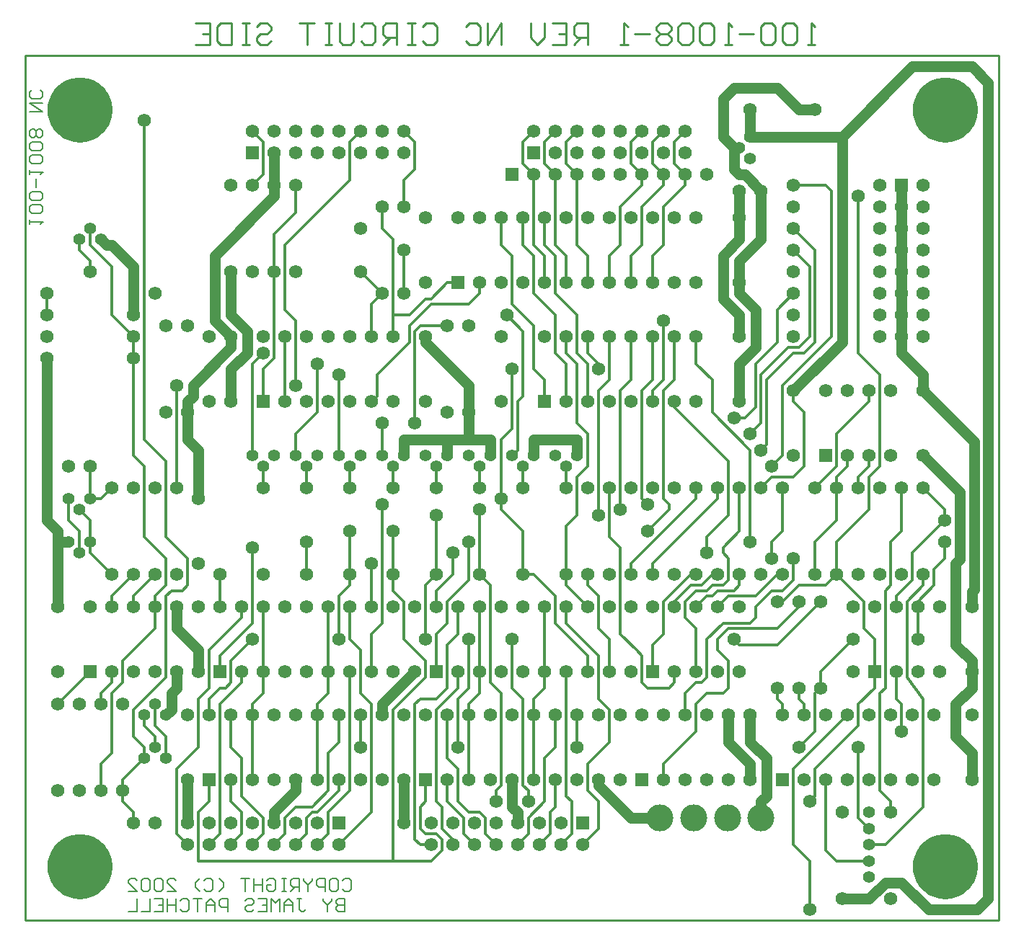
<source format=gbl>
*%FSLAX23Y23*%
*%MOIN*%
G01*
%ADD11C,0.006*%
%ADD12C,0.007*%
%ADD13C,0.008*%
%ADD14C,0.010*%
%ADD15C,0.012*%
%ADD16C,0.032*%
%ADD17C,0.036*%
%ADD18C,0.050*%
%ADD19C,0.052*%
%ADD20C,0.055*%
%ADD21C,0.056*%
%ADD22C,0.059*%
%ADD23C,0.062*%
%ADD24C,0.066*%
%ADD25C,0.070*%
%ADD26C,0.090*%
%ADD27C,0.125*%
%ADD28C,0.129*%
%ADD29C,0.140*%
%ADD30C,0.160*%
%ADD31C,0.250*%
%ADD32R,0.062X0.062*%
%ADD33R,0.066X0.066*%
D13*
X7669Y9047D02*
Y9067D01*
Y9057D01*
X7729D01*
X7730D01*
X7729D02*
X7719Y9047D01*
Y9097D02*
X7729Y9107D01*
Y9127D01*
X7719Y9137D01*
X7679D01*
X7669Y9127D01*
Y9107D01*
X7679Y9097D01*
X7719D01*
Y9157D02*
X7729Y9167D01*
Y9187D01*
X7719Y9197D01*
X7679D01*
X7669Y9187D01*
Y9167D01*
X7679Y9157D01*
X7719D01*
X7699Y9217D02*
Y9257D01*
X7669Y9277D02*
Y9297D01*
Y9287D01*
X7729D01*
X7730D01*
X7729D02*
X7719Y9277D01*
Y9327D02*
X7729Y9337D01*
Y9357D01*
X7719Y9367D01*
X7679D01*
X7669Y9357D01*
Y9337D01*
X7679Y9327D01*
X7719D01*
Y9387D02*
X7729Y9397D01*
Y9417D01*
X7719Y9427D01*
X7679D01*
X7669Y9417D01*
Y9397D01*
X7679Y9387D01*
X7719D01*
Y9447D02*
X7729Y9457D01*
Y9477D01*
X7719Y9487D01*
X7709D01*
X7699Y9477D01*
X7689Y9487D01*
X7679D01*
X7669Y9477D01*
Y9457D01*
X7679Y9447D01*
X7689D01*
X7699Y9457D01*
X7709Y9447D01*
X7719D01*
X7699Y9457D02*
Y9477D01*
X7669Y9567D02*
X7729D01*
X7669Y9607D01*
X7729D01*
Y9657D02*
X7719Y9667D01*
X7729Y9657D02*
Y9637D01*
X7719Y9627D01*
X7679D01*
X7669Y9637D01*
Y9657D01*
X7679Y9667D01*
X9124Y5927D02*
Y5867D01*
X9094D01*
X9084Y5877D01*
Y5887D01*
X9094Y5897D01*
X9124D01*
X9125D01*
X9124D02*
X9125D01*
X9124D02*
X9125D01*
X9124D02*
X9094D01*
X9084Y5907D01*
Y5917D01*
X9094Y5927D01*
X9124D01*
X9064D02*
Y5917D01*
X9044Y5897D01*
X9024Y5917D01*
Y5927D01*
X9044Y5897D02*
Y5867D01*
X8924Y5927D02*
X8904D01*
X8914D02*
X8924D01*
X8914D02*
Y5877D01*
X8924Y5867D01*
X8934D01*
X8944Y5877D01*
X8884Y5867D02*
Y5907D01*
X8864Y5927D01*
X8844Y5907D01*
Y5867D01*
Y5897D01*
X8884D01*
X8824Y5867D02*
Y5927D01*
X8804Y5907D01*
X8784Y5927D01*
Y5867D01*
X8764Y5927D02*
X8724D01*
X8764D02*
Y5867D01*
X8724D01*
X8744Y5897D02*
X8764D01*
X8674Y5927D02*
X8664Y5917D01*
X8674Y5927D02*
X8694D01*
X8704Y5917D01*
Y5907D01*
X8694Y5897D01*
X8674D01*
X8664Y5887D01*
Y5877D01*
X8674Y5867D01*
X8694D01*
X8704Y5877D01*
X8584Y5867D02*
Y5927D01*
X8554D01*
X8544Y5917D01*
Y5897D01*
X8554Y5887D01*
X8584D01*
X8524Y5867D02*
Y5907D01*
X8504Y5927D01*
X8484Y5907D01*
Y5867D01*
Y5897D01*
X8524D01*
X8464Y5927D02*
X8424D01*
X8444D01*
Y5867D01*
X8374Y5927D02*
X8364Y5917D01*
X8374Y5927D02*
X8394D01*
X8404Y5917D01*
Y5877D01*
X8394Y5867D01*
X8374D01*
X8364Y5877D01*
X8344Y5867D02*
Y5927D01*
Y5897D02*
Y5867D01*
Y5897D02*
X8304D01*
Y5927D01*
Y5867D01*
X8284Y5927D02*
X8244D01*
X8284D02*
Y5867D01*
X8244D01*
X8264Y5897D02*
X8284D01*
X8224Y5927D02*
Y5867D01*
X8184D01*
X8164D02*
Y5927D01*
Y5867D02*
X8124D01*
X9114Y6012D02*
X9124Y6022D01*
X9144D01*
X9154Y6012D01*
Y5972D01*
X9144Y5962D01*
X9124D01*
X9114Y5972D01*
X9084Y6022D02*
X9064D01*
X9084D02*
X9094Y6012D01*
Y5972D01*
X9084Y5962D01*
X9064D01*
X9054Y5972D01*
Y6012D01*
X9064Y6022D01*
X9034D02*
Y5962D01*
Y6022D02*
X9004D01*
X8994Y6012D01*
Y5992D01*
X9004Y5982D01*
X9034D01*
X8974Y6012D02*
Y6022D01*
Y6012D02*
X8954Y5992D01*
X8934Y6012D01*
Y6022D01*
X8954Y5992D02*
Y5962D01*
X8914D02*
Y6022D01*
X8884D01*
X8874Y6012D01*
Y5992D01*
X8884Y5982D01*
X8914D01*
X8894D02*
X8874Y5962D01*
X8854Y6022D02*
X8834D01*
X8844D01*
Y5962D01*
X8854D01*
X8834D01*
X8774Y6022D02*
X8764Y6012D01*
X8774Y6022D02*
X8794D01*
X8804Y6012D01*
Y5972D01*
X8794Y5962D01*
X8774D01*
X8764Y5972D01*
Y5992D01*
X8784D01*
X8744Y6022D02*
Y5962D01*
Y5992D01*
X8704D01*
Y6022D01*
Y5962D01*
X8684Y6022D02*
X8644D01*
X8664D01*
Y5962D01*
X8564Y5982D02*
X8544Y5962D01*
X8564Y5982D02*
Y6002D01*
X8544Y6022D01*
X8484D02*
X8474Y6012D01*
X8484Y6022D02*
X8504D01*
X8514Y6012D01*
Y5972D01*
X8504Y5962D01*
X8484D01*
X8474Y5972D01*
X8454Y5962D02*
X8434Y5982D01*
Y6002D01*
X8454Y6022D01*
X8344Y5962D02*
X8304D01*
X8344D02*
X8304Y6002D01*
Y6012D01*
X8314Y6022D01*
X8334D01*
X8344Y6012D01*
X8284D02*
X8274Y6022D01*
X8254D01*
X8244Y6012D01*
Y5972D01*
X8254Y5962D01*
X8274D01*
X8284Y5972D01*
Y6012D01*
X8224D02*
X8214Y6022D01*
X8194D01*
X8184Y6012D01*
Y5972D01*
X8194Y5962D01*
X8214D01*
X8224Y5972D01*
Y6012D01*
X8164Y5962D02*
X8124D01*
X8164D02*
X8124Y6002D01*
Y6012D01*
X8134Y6022D01*
X8154D01*
X8164Y6012D01*
D14*
X11266Y9877D02*
X11299D01*
X11282D02*
X11266D01*
X11282D02*
Y9977D01*
X11283D01*
X11282D02*
X11299Y9960D01*
X11216D02*
X11199Y9977D01*
X11166D01*
X11149Y9960D01*
Y9894D01*
X11166Y9877D01*
X11199D01*
X11216Y9894D01*
Y9960D01*
X11116D02*
X11099Y9977D01*
X11066D01*
X11049Y9960D01*
Y9894D01*
X11066Y9877D01*
X11099D01*
X11116Y9894D01*
Y9960D01*
X11016Y9927D02*
X10949D01*
X10916Y9877D02*
X10882D01*
X10899D01*
Y9977D01*
X10900D01*
X10899D02*
X10916Y9960D01*
X10832D02*
X10816Y9977D01*
X10782D01*
X10766Y9960D01*
Y9894D01*
X10782Y9877D01*
X10816D01*
X10832Y9894D01*
Y9960D01*
X10733D02*
X10716Y9977D01*
X10683D01*
X10666Y9960D01*
Y9894D01*
X10683Y9877D01*
X10716D01*
X10733Y9894D01*
Y9960D01*
X10633D02*
X10616Y9977D01*
X10583D01*
X10566Y9960D01*
Y9944D01*
X10583Y9927D01*
X10566Y9910D01*
Y9894D01*
X10583Y9877D01*
X10616D01*
X10633Y9894D01*
Y9910D01*
X10616Y9927D01*
X10633Y9944D01*
Y9960D01*
X10616Y9927D02*
X10583D01*
X10533D02*
X10466D01*
X10433Y9877D02*
X10399D01*
X10416D01*
Y9977D01*
X10417D01*
X10416D02*
X10433Y9960D01*
X10249Y9977D02*
Y9877D01*
Y9977D02*
X10199D01*
X10183Y9960D01*
Y9927D01*
X10199Y9910D01*
X10249D01*
X10216D02*
X10183Y9877D01*
X10149Y9977D02*
X10083D01*
X10149D02*
Y9877D01*
X10083D01*
X10116Y9927D02*
X10149D01*
X10049Y9910D02*
Y9977D01*
Y9910D02*
X10016Y9877D01*
X9983Y9910D01*
Y9977D01*
X9849D02*
Y9877D01*
X9783D02*
X9849Y9977D01*
X9783D02*
Y9877D01*
X9683Y9960D02*
X9700Y9977D01*
X9733D01*
X9750Y9960D01*
Y9894D01*
X9733Y9877D01*
X9700D01*
X9683Y9894D01*
X9500Y9977D02*
X9483Y9960D01*
X9500Y9977D02*
X9533D01*
X9550Y9960D01*
Y9894D01*
X9533Y9877D01*
X9500D01*
X9483Y9894D01*
X9450Y9977D02*
X9416D01*
X9433D01*
Y9877D01*
X9450D01*
X9416D01*
X9366D02*
Y9977D01*
X9316D01*
X9300Y9960D01*
Y9927D01*
X9316Y9910D01*
X9366D01*
X9333D02*
X9300Y9877D01*
X9200Y9960D02*
X9216Y9977D01*
X9250D01*
X9266Y9960D01*
Y9894D01*
X9250Y9877D01*
X9216D01*
X9200Y9894D01*
X9166D02*
Y9977D01*
Y9894D02*
X9150Y9877D01*
X9116D01*
X9100Y9894D01*
Y9977D01*
X9066D02*
X9033D01*
X9050D01*
Y9877D01*
X9066D01*
X9033D01*
X8983Y9977D02*
X8916D01*
X8950D01*
Y9877D01*
X8733Y9977D02*
X8717Y9960D01*
X8733Y9977D02*
X8766D01*
X8783Y9960D01*
Y9944D01*
X8766Y9927D01*
X8733D01*
X8717Y9910D01*
Y9894D01*
X8733Y9877D01*
X8766D01*
X8783Y9894D01*
X8683Y9977D02*
X8650D01*
X8667D01*
Y9877D01*
X8683D01*
X8650D01*
X8600D02*
Y9977D01*
Y9877D02*
X8550D01*
X8533Y9894D01*
Y9960D01*
X8550Y9977D01*
X8600D01*
X8500D02*
X8433D01*
X8500D02*
Y9877D01*
X8433D01*
X8467Y9927D02*
X8500D01*
X7649Y9827D02*
X12149D01*
Y5827D02*
X7649D01*
Y9827D01*
X12149D02*
Y5827D01*
D15*
X10249Y7052D02*
X10099Y7202D01*
X10899Y7952D02*
X10649Y8202D01*
X10824Y8177D02*
X10999Y8002D01*
X10149Y7202D02*
X10299Y7052D01*
X11399Y7427D02*
X11524Y7302D01*
X11074Y8327D02*
X11199Y8452D01*
X11174Y8477D02*
X11049Y8352D01*
X11149Y8302D02*
X11374Y8527D01*
X9249Y6327D02*
X9099Y6177D01*
X8499Y7077D02*
X8649Y7227D01*
X10449Y7477D02*
X10749Y7777D01*
X10849D02*
X10549Y7477D01*
X7949Y6977D02*
X7799Y6827D01*
X8849Y8952D02*
X9149Y9252D01*
X8299Y6952D02*
X8149Y6802D01*
X8099Y7027D02*
X8249Y7177D01*
X8549Y7052D02*
X8699Y7202D01*
X11749Y7527D02*
X11899Y7677D01*
X11399Y8077D02*
X11549Y8227D01*
X10724Y7427D02*
X10599Y7302D01*
X9499Y6952D02*
X9349Y6802D01*
X11299Y6527D02*
X11499Y6727D01*
X11799Y6352D02*
X11624Y6177D01*
X11199Y6527D02*
X11449Y6777D01*
X11324Y6977D02*
X11474Y7127D01*
X11324Y7302D02*
X11124Y7102D01*
X10749Y6702D02*
X10599Y6552D01*
X11399Y7577D02*
X11549Y7727D01*
X9424Y8502D02*
X9274Y8352D01*
X7749Y8627D02*
Y8727D01*
X8449Y6102D02*
X9524D01*
Y6177D02*
X9474D01*
X9524Y6102D02*
X9349D01*
X11549Y6177D02*
X11624D01*
X11549Y6102D02*
X11399D01*
X7949Y8952D02*
Y9027D01*
X7899Y8977D02*
Y8927D01*
X7949Y8877D02*
Y8827D01*
Y7927D02*
Y7777D01*
Y7677D02*
Y7577D01*
Y7527D01*
X7899D02*
Y7627D01*
X7849Y7677D02*
Y7777D01*
X7999Y6552D02*
Y6427D01*
Y6827D02*
Y6877D01*
X8049Y8852D02*
X7949Y8952D01*
X7899Y8927D02*
X7949Y8877D01*
X7899Y7727D02*
X7949Y7677D01*
Y7527D02*
X8049Y7427D01*
X7899Y7627D02*
X7849Y7677D01*
X7999Y7777D02*
X8049Y7827D01*
Y6927D02*
X7999Y6877D01*
X8049Y6602D02*
X7999Y6552D01*
X8899Y6352D02*
X8974D01*
Y6327D02*
X8999D01*
X9699D02*
X9749D01*
X9549Y6227D02*
X9499D01*
X8049Y8627D02*
Y8852D01*
X8149Y8527D02*
Y8427D01*
Y7977D01*
X8199Y7927D02*
Y7602D01*
X8149Y7327D02*
Y7277D01*
X8049D02*
Y7327D01*
Y6977D02*
Y6927D01*
X8199Y6777D02*
Y6727D01*
X8149Y6327D02*
Y6277D01*
X8099Y6377D02*
Y6427D01*
Y6477D01*
X8199Y8052D02*
Y9527D01*
X8149Y6802D02*
Y6677D01*
X8199Y6627D02*
Y6577D01*
X8049Y6602D02*
Y6877D01*
X8099Y6927D02*
Y7027D01*
X8149Y8527D02*
X8049Y8627D01*
X8149Y7977D02*
X8199Y7927D01*
Y7602D02*
X8299Y7502D01*
X8199Y6727D02*
X8249Y6677D01*
X8099Y6377D02*
X8149Y6327D01*
X8299Y7952D02*
X8199Y8052D01*
X8149Y6677D02*
X8199Y6627D01*
X8149Y7327D02*
X8249Y7427D01*
X8149D02*
X8049Y7327D01*
X8199Y6577D02*
X8099Y6477D01*
X8049Y6877D02*
X8099Y6927D01*
X8299Y7377D02*
Y7502D01*
X8249Y7327D02*
Y7277D01*
Y7177D01*
Y6677D02*
Y6627D01*
X8299Y6652D02*
Y6577D01*
Y6652D02*
Y6677D01*
X8249Y6727D02*
Y6827D01*
X8349Y7827D02*
Y8302D01*
X8299Y7952D02*
Y7602D01*
X8399Y7502D02*
Y7377D01*
X8299Y7327D02*
Y6952D01*
X8349Y6527D02*
Y6227D01*
X8299Y6677D02*
X8249Y6727D01*
X8399Y7502D02*
X8299Y7602D01*
X8349Y6227D02*
X8399Y6177D01*
X8249Y7327D02*
X8299Y7377D01*
X8374Y7352D02*
X8399Y7377D01*
X8324Y7352D02*
X8299Y7327D01*
X8449Y6627D02*
X8349Y6527D01*
X8599Y6627D02*
Y6777D01*
Y6477D02*
Y6377D01*
X8549Y6227D02*
Y6827D01*
X8499Y6902D02*
Y7077D01*
X8549Y7277D02*
Y7427D01*
Y7052D02*
Y6977D01*
X8449Y6852D02*
Y6627D01*
X8499Y6477D02*
Y6377D01*
X8449Y6327D02*
Y6102D01*
X8499Y6777D02*
Y6852D01*
X8599Y6927D02*
Y7027D01*
Y6627D02*
X8649Y6577D01*
X8599Y6377D02*
X8649Y6327D01*
Y6227D02*
X8599Y6177D01*
X8549Y6827D02*
X8649Y6927D01*
X8549Y6227D02*
X8499Y6177D01*
X8449Y6852D02*
X8499Y6902D01*
Y6377D02*
X8449Y6327D01*
X8499Y6852D02*
X8549Y6902D01*
X8574D02*
X8599Y6927D01*
Y7027D02*
X8699Y7127D01*
X9474Y6852D02*
X9549D01*
X8574Y6902D02*
X8549D01*
X10749Y6927D02*
X10774D01*
X10799Y6877D02*
X10874D01*
X10624Y6902D02*
X10524D01*
X8699Y7977D02*
Y8402D01*
X8749Y7277D02*
Y6977D01*
Y6877D01*
X8699Y6827D02*
Y6777D01*
Y6477D01*
X8649Y6402D02*
Y6577D01*
X8749Y6302D02*
Y6227D01*
X8649D02*
Y6327D01*
Y6927D02*
Y6977D01*
Y7227D02*
Y7277D01*
X8749Y9277D02*
Y9427D01*
X8799Y9002D02*
Y8827D01*
X8749Y7927D02*
Y7827D01*
Y8227D02*
Y8377D01*
X8799Y8427D02*
Y8827D01*
X8699Y7552D02*
Y7202D01*
X8649Y6402D02*
X8749Y6302D01*
Y9427D02*
X8699Y9477D01*
X8749Y8452D02*
X8699Y8402D01*
X8749Y6877D02*
X8699Y6827D01*
X8849Y6227D02*
X8799Y6177D01*
X8749Y6227D02*
X8699Y6177D01*
Y9227D02*
X8749Y9277D01*
X8899Y9102D02*
X8799Y9002D01*
Y8427D02*
X8749Y8377D01*
X10949Y7102D02*
X11124D01*
X8899Y7977D02*
Y8077D01*
X8949Y6302D02*
Y6227D01*
X8849D02*
Y6302D01*
X8899Y9102D02*
Y9227D01*
X8949Y7927D02*
Y7827D01*
X8849Y8227D02*
Y8527D01*
Y8652D02*
Y8952D01*
X8899Y8602D02*
Y8302D01*
X8949Y7577D02*
Y7427D01*
X8899Y8602D02*
X8849Y8652D01*
X8999Y8177D02*
X8899Y8077D01*
X9049Y6427D02*
X8974Y6352D01*
X8899D02*
X8849Y6302D01*
X8949D02*
X8974Y6327D01*
X8949Y6227D02*
X8899Y6177D01*
X11124Y7302D02*
X11149D01*
X8374Y7352D02*
X8324D01*
X10849D02*
X10924D01*
X10824Y7327D02*
X10799D01*
Y7352D02*
X10749D01*
X11099D02*
X11149D01*
X11024Y7327D02*
X10899D01*
Y7177D02*
X11124D01*
X10999Y7202D02*
X10874D01*
X9099Y7977D02*
Y8352D01*
X8999Y8402D02*
Y8177D01*
Y6777D02*
Y6477D01*
X9049Y6427D02*
Y6602D01*
X9099Y6477D02*
Y6427D01*
X9149D02*
Y6977D01*
X9049Y6327D02*
Y6227D01*
X9099Y6652D02*
Y6777D01*
X8999D02*
Y6827D01*
X9049Y6877D02*
Y6977D01*
Y7277D01*
X9149D02*
Y7127D01*
Y7827D02*
Y7927D01*
Y9252D02*
Y9427D01*
X9099Y7327D02*
Y7127D01*
X9149Y7377D02*
Y7427D01*
Y7627D01*
Y7127D02*
X9199Y7077D01*
X9099Y6652D02*
X9049Y6602D01*
X9099Y6427D02*
X8999Y6327D01*
X9049D02*
X9149Y6427D01*
X9049Y6227D02*
X8999Y6177D01*
Y6827D02*
X9049Y6877D01*
X9149Y9427D02*
X9199Y9477D01*
X9149Y7377D02*
X9099Y7327D01*
X11224Y7377D02*
X11349D01*
X9999Y7427D02*
X9949D01*
X10824Y7377D02*
X10874D01*
X10849Y7427D02*
X10824D01*
X10749D02*
X10724D01*
Y7377D02*
X10774D01*
X11124Y7427D02*
X11149D01*
X9299Y7977D02*
Y8127D01*
Y7752D02*
Y7202D01*
X9249Y7152D02*
Y6977D01*
Y6827D02*
Y6327D01*
X9199Y6877D02*
Y7077D01*
X9349Y7827D02*
Y7927D01*
X9249Y8527D02*
Y8677D01*
X9349Y8527D02*
Y8977D01*
X9299Y9027D02*
Y9127D01*
X9249Y7477D02*
Y7277D01*
X9349Y7352D02*
Y7427D01*
Y7627D01*
X9199Y6777D02*
Y6627D01*
X9349Y6802D02*
Y6102D01*
X9274Y8252D02*
Y8352D01*
X9349Y8527D02*
Y8627D01*
X9199Y6877D02*
X9249Y6827D01*
X9299Y8727D02*
X9199Y8827D01*
X9349Y8977D02*
X9299Y9027D01*
X9349Y7352D02*
X9399Y7302D01*
X9299Y7202D02*
X9249Y7152D01*
Y8677D02*
X9299Y8727D01*
X9274Y8252D02*
X9249Y8227D01*
X9449Y8127D02*
Y8552D01*
X9549Y6802D02*
Y6377D01*
Y7827D02*
Y7927D01*
X9399Y9127D02*
Y9252D01*
X9449Y9302D02*
Y9427D01*
X9549Y7352D02*
Y7277D01*
X9574Y6177D02*
Y6152D01*
Y6177D02*
Y6202D01*
X9449D02*
Y6827D01*
X9474Y6352D02*
Y6252D01*
X9499Y6377D02*
Y6477D01*
X9574Y6352D02*
Y6252D01*
Y6202D02*
Y6152D01*
X9549Y6977D02*
Y7152D01*
X9499Y7127D02*
Y7377D01*
X9549Y7427D02*
Y7702D01*
X9499Y7027D02*
Y6952D01*
X9399Y7127D02*
Y7302D01*
Y8727D02*
Y8927D01*
X9424Y8577D02*
Y8502D01*
X9549Y6377D02*
X9574Y6352D01*
X9449Y9427D02*
X9399Y9477D01*
X9549Y6227D02*
X9574Y6202D01*
X9474Y6177D02*
X9449Y6202D01*
X9474Y6252D02*
X9499Y6227D01*
X9574Y6252D02*
X9624Y6202D01*
X9499Y7027D02*
X9399Y7127D01*
X9449Y8552D02*
X9474Y8577D01*
X9649Y6902D02*
X9549Y6802D01*
X9474Y6852D02*
X9449Y6827D01*
X9549Y6852D02*
X9599Y6902D01*
X9399Y9252D02*
X9449Y9302D01*
X9624Y7427D02*
X9549Y7352D01*
X9574Y6152D02*
X9524Y6102D01*
X9474Y6352D02*
X9499Y6377D01*
X9549Y7152D02*
X9599Y7202D01*
X9499Y7377D02*
X9549Y7427D01*
X9424Y8577D02*
X9524Y8677D01*
Y8702D02*
X9599Y8777D01*
X9499Y8702D02*
X9424Y8627D01*
X11099Y7877D02*
X11199D01*
X7999Y7777D02*
X7949D01*
X9749Y7277D02*
Y6977D01*
Y6877D01*
X9699Y6827D02*
Y6777D01*
Y6477D01*
X9599Y6577D02*
Y6777D01*
X9649Y6527D02*
Y6377D01*
X9774Y6302D02*
Y6227D01*
X9599Y6377D02*
Y6477D01*
X9674Y6302D02*
Y6227D01*
X9649Y6902D02*
Y6977D01*
X9599Y6902D02*
Y7102D01*
X9649Y7152D02*
Y7277D01*
X9749Y7827D02*
Y7927D01*
X9624Y7527D02*
Y7427D01*
Y6202D02*
Y6177D01*
X9599Y7202D02*
Y7302D01*
X9699Y7402D02*
Y7577D01*
Y7127D02*
Y6902D01*
X9649Y6852D02*
Y6627D01*
X9749Y7427D02*
Y7727D01*
Y8727D02*
Y8777D01*
Y7427D02*
X9799Y7377D01*
X9599Y6577D02*
X9649Y6527D01*
Y6377D02*
X9699Y6327D01*
X9749D02*
X9774Y6302D01*
Y6227D02*
X9824Y6177D01*
X9674Y6302D02*
X9599Y6377D01*
X9674Y6227D02*
X9724Y6177D01*
X9699Y6827D02*
X9749Y6877D01*
X9599Y7102D02*
X9649Y7152D01*
X9599Y7302D02*
X9699Y7402D01*
Y6902D02*
X9649Y6852D01*
X9699Y8677D02*
X9749Y8727D01*
X10924Y8152D02*
X10974D01*
X9949Y8252D02*
Y8552D01*
X9924Y8227D02*
Y8002D01*
X9824Y6427D02*
Y6377D01*
X9849Y6452D02*
Y6877D01*
X9799Y6927D02*
Y7377D01*
X9974Y6302D02*
Y6227D01*
X9949Y9327D02*
Y9427D01*
Y7927D02*
Y7827D01*
X9849Y8952D02*
Y9077D01*
X9899Y8902D02*
Y8677D01*
X9949Y8952D02*
Y9077D01*
X9899Y8377D02*
Y8102D01*
X9849Y8052D02*
Y7727D01*
X9949Y7627D02*
Y7427D01*
X9899Y7127D02*
Y6902D01*
X9949Y6852D02*
Y6452D01*
X9974Y6427D02*
Y6377D01*
X9949Y8552D02*
X9874Y8627D01*
X9799Y6927D02*
X9849Y6877D01*
X9999Y9277D02*
X9949Y9327D01*
X9849Y8952D02*
X9899Y8902D01*
Y8677D02*
X9999Y8577D01*
Y8902D02*
X9949Y8952D01*
X9849Y7727D02*
X9949Y7627D01*
X9899Y6902D02*
X9949Y6852D01*
Y6452D02*
X9974Y6427D01*
X9924Y8227D02*
X9949Y8252D01*
X9924Y8002D02*
X9899Y7977D01*
X9849Y6452D02*
X9824Y6427D01*
X9974Y6302D02*
X10049Y6377D01*
X9974Y6227D02*
X9924Y6177D01*
X9949Y9427D02*
X9999Y9477D01*
X9899Y8102D02*
X9849Y8052D01*
X10099Y7327D02*
Y7202D01*
X9999Y6777D02*
Y6477D01*
Y6777D02*
Y6852D01*
X10049Y6902D02*
Y6977D01*
Y7277D01*
X10099Y6777D02*
Y6627D01*
X10049Y6577D02*
Y6377D01*
X10099Y6352D02*
Y6477D01*
X10074Y6327D02*
Y6227D01*
X10149Y6402D02*
Y6977D01*
X10049Y9352D02*
Y9427D01*
Y9352D02*
Y9327D01*
X10149D02*
Y9427D01*
Y8902D02*
Y8777D01*
X10099Y8952D02*
Y9277D01*
X10049Y8902D02*
Y8777D01*
X9999Y8952D02*
Y9277D01*
X10149Y7927D02*
Y7827D01*
X9999Y8377D02*
Y8577D01*
X10049Y8327D02*
Y8227D01*
X9999Y8727D02*
Y8902D01*
X10099Y8627D02*
Y8452D01*
X10149Y8402D02*
Y8227D01*
X10049Y8952D02*
Y9077D01*
X10099Y8902D02*
Y8727D01*
X10149Y7427D02*
Y7377D01*
Y7277D02*
Y7202D01*
Y8452D02*
Y8527D01*
Y7652D02*
Y7427D01*
X10099Y7327D02*
X9999Y7427D01*
X10149Y6402D02*
X10174Y6377D01*
X10099Y9277D02*
X10049Y9327D01*
X10149D02*
X10199Y9277D01*
X10099Y8952D02*
X10149Y8902D01*
X10049D02*
X9999Y8952D01*
Y8377D02*
X10049Y8327D01*
X10099Y8627D02*
X9999Y8727D01*
X10099Y8452D02*
X10149Y8402D01*
X10099Y8902D02*
X10049Y8952D01*
X10099Y8727D02*
X10199Y8627D01*
X10149Y7377D02*
X10249Y7277D01*
X10199Y8402D02*
X10149Y8452D01*
X10049Y6902D02*
X9999Y6852D01*
X10099Y6627D02*
X10049Y6577D01*
X10099Y6352D02*
X10074Y6327D01*
Y6227D02*
X10024Y6177D01*
X10124D02*
X10174Y6227D01*
X10049Y9427D02*
X10099Y9477D01*
X10149Y9427D02*
X10199Y9477D01*
Y7702D02*
X10149Y7652D01*
X11174Y8477D02*
X11224D01*
X11199Y8452D02*
X11249D01*
X10299Y8277D02*
Y7702D01*
X10249Y7052D02*
Y6977D01*
X10174Y6377D02*
Y6227D01*
X10299Y6252D02*
Y6377D01*
X10349Y8777D02*
Y8902D01*
X10249D02*
Y8777D01*
X10199Y8952D02*
Y9277D01*
Y8627D02*
Y8452D01*
X10249Y8402D02*
Y8227D01*
X10199Y6777D02*
Y6627D01*
X10299Y6852D02*
Y7052D01*
X10349Y6802D02*
Y6652D01*
X10249Y6552D02*
Y6427D01*
X10349Y8327D02*
Y8527D01*
X10199Y8402D02*
Y8127D01*
X10249Y8077D02*
Y7927D01*
X10199Y7877D02*
Y7702D01*
X10249Y8452D02*
Y8527D01*
X10299Y8402D02*
Y8377D01*
X10349Y7827D02*
Y7602D01*
X10249Y7427D02*
Y7377D01*
X10299Y7327D02*
Y7177D01*
X10349Y7127D02*
Y6977D01*
X10249Y6427D02*
X10299Y6377D01*
X10249Y8902D02*
X10199Y8952D01*
Y8452D02*
X10249Y8402D01*
X10299Y6852D02*
X10349Y6802D01*
X10249Y8077D02*
X10199Y8127D01*
X10299Y8402D02*
X10249Y8452D01*
X10349Y7602D02*
X10399Y7552D01*
X10249Y7377D02*
X10299Y7327D01*
Y7177D02*
X10349Y7127D01*
X10299Y6252D02*
X10224Y6177D01*
X10349Y8902D02*
X10399Y8952D01*
X10349Y6652D02*
X10249Y6552D01*
X10299Y8277D02*
X10349Y8327D01*
X10249Y7927D02*
X10199Y7877D01*
X9599Y8577D02*
X9474D01*
X9524Y8677D02*
X9699D01*
X9524Y8702D02*
X9499D01*
X9424Y8627D02*
X9349D01*
X10449Y9352D02*
Y9427D01*
Y9352D02*
Y9327D01*
X10549D02*
Y9427D01*
Y8902D02*
Y8777D01*
X10449D02*
Y8902D01*
X10499Y8952D02*
Y9127D01*
X10399D02*
Y8952D01*
X10499Y9227D02*
Y9277D01*
X10449Y7477D02*
Y7427D01*
X10549D02*
Y7477D01*
Y8327D02*
Y8527D01*
X10499Y8277D02*
Y7777D01*
X10449Y8327D02*
Y8527D01*
X10399Y8277D02*
Y7727D01*
X10549Y7102D02*
Y6977D01*
X10399Y7152D02*
Y7552D01*
X10499Y7052D02*
Y6927D01*
X10549Y8227D02*
Y8277D01*
X10499Y9277D02*
X10449Y9327D01*
X10549D02*
X10599Y9277D01*
X10499Y7777D02*
X10524Y7752D01*
X10399Y7152D02*
X10474Y7077D01*
X10499Y7052D01*
Y6927D02*
X10524Y6902D01*
X10449Y9427D02*
X10499Y9477D01*
X10549Y9427D02*
X10599Y9477D01*
Y8952D02*
X10549Y8902D01*
X10499Y8952D02*
X10449Y8902D01*
X10499Y9127D02*
X10599Y9227D01*
X10499D02*
X10399Y9127D01*
X10624Y7727D02*
X10524Y7627D01*
X10499Y8277D02*
X10549Y8327D01*
X10449D02*
X10399Y8277D01*
X10599Y7152D02*
X10549Y7102D01*
Y8277D02*
X10599Y8327D01*
X9649Y8777D02*
X9599D01*
X10649Y9327D02*
Y9427D01*
X10599Y9127D02*
Y8952D01*
X10699Y9227D02*
Y9277D01*
X10599D02*
Y9227D01*
X10749Y7827D02*
Y7777D01*
X10649Y8202D02*
Y8227D01*
X10749Y8402D02*
Y8527D01*
X10624Y7752D02*
Y7727D01*
X10599Y7777D02*
Y8277D01*
X10649Y8327D02*
Y8527D01*
X10599Y7302D02*
Y7152D01*
X10699Y7227D02*
Y7302D01*
X10749Y7177D02*
Y6977D01*
X10649Y7277D02*
Y7302D01*
X10699Y6877D02*
Y6777D01*
X10599Y6552D02*
Y6477D01*
X10749Y6702D02*
Y6827D01*
X10649Y6927D02*
Y6977D01*
X10599Y8327D02*
Y8602D01*
X10699Y9277D02*
X10649Y9327D01*
X10749Y8402D02*
X10824Y8327D01*
X10599Y7777D02*
X10624Y7752D01*
X10699Y7227D02*
X10749Y7177D01*
X10649Y9427D02*
X10699Y9477D01*
Y9227D02*
X10599Y9127D01*
X10649Y8327D02*
X10599Y8277D01*
X10799Y7327D02*
X10749Y7277D01*
X10699Y7302D02*
X10749Y7352D01*
X10724Y7377D02*
X10649Y7302D01*
X10749Y6927D02*
X10699Y6877D01*
X10749Y6827D02*
X10799Y6877D01*
X10649Y6927D02*
X10624Y6902D01*
X10849Y7777D02*
Y7827D01*
X10799Y7602D02*
Y7527D01*
X10899Y7702D02*
Y7952D01*
X10824Y8177D02*
Y8327D01*
X10949Y7427D02*
Y7377D01*
Y7627D02*
Y7827D01*
X10874Y7552D02*
Y7527D01*
X10899Y7502D02*
Y7402D01*
Y7027D02*
Y6902D01*
X10849Y7077D02*
Y7127D01*
X10799D02*
Y6952D01*
X10899Y7502D02*
X10874Y7527D01*
X10924Y7127D02*
X10949Y7102D01*
X10899Y7027D02*
X10849Y7077D01*
X10799Y7602D02*
X10899Y7702D01*
Y7327D02*
X10849Y7277D01*
X10924Y7352D02*
X10949Y7377D01*
X10849Y7352D02*
X10824Y7327D01*
X10874Y7552D02*
X10949Y7627D01*
X10899Y7402D02*
X10874Y7377D01*
X10824D02*
X10799Y7352D01*
X10774Y7377D02*
X10824Y7427D01*
X10799Y6952D02*
X10774Y6927D01*
X10874Y6877D02*
X10899Y6902D01*
X10849Y7127D02*
X10899Y7177D01*
X10874Y7202D02*
X10799Y7127D01*
X11199Y9227D02*
X11349D01*
X11149Y8302D02*
Y7977D01*
X11074Y8027D02*
Y8327D01*
X11049Y8352D02*
Y8127D01*
X11124Y8502D02*
Y8652D01*
X11024Y8402D02*
Y8202D01*
X11124Y6902D02*
Y6852D01*
X11149Y6827D02*
Y6777D01*
X10999Y7577D02*
Y8002D01*
X11099Y7577D02*
Y7502D01*
X11149Y7627D02*
Y7827D01*
X11024Y7277D02*
Y7227D01*
X11124Y6852D02*
X11149Y6827D01*
X11099Y7927D02*
X11149Y7977D01*
X11074Y8027D02*
X11049Y8002D01*
X11224Y7377D02*
X11149Y7302D01*
X11049Y7827D02*
X11099Y7877D01*
X10999Y8077D02*
X11049Y8127D01*
X11124Y8652D02*
X11199Y8727D01*
X11124Y8502D02*
X11024Y8402D01*
Y8202D02*
X10974Y8152D01*
X11149Y7627D02*
X11099Y7577D01*
X11024Y7227D02*
X10999Y7202D01*
X11024Y7277D02*
X11099Y7352D01*
X11149D02*
X11174Y7377D01*
X11124Y7427D02*
X11024Y7327D01*
X11124Y7177D02*
X11224Y7277D01*
X11274Y8527D02*
Y8852D01*
X11199Y8277D02*
Y8227D01*
X11249Y8177D02*
Y7927D01*
X11299Y8502D02*
Y8927D01*
X11224Y6902D02*
Y6852D01*
X11249Y6827D02*
Y6777D01*
X11299Y7427D02*
Y7577D01*
Y6527D02*
Y6402D01*
X11199Y6527D02*
Y6177D01*
X11274Y6102D02*
Y5877D01*
X11299Y6702D02*
Y6877D01*
X11324Y6902D02*
Y6977D01*
X11199Y7402D02*
Y7502D01*
X11224Y7302D02*
Y7277D01*
X11249Y8177D02*
X11199Y8227D01*
X11299Y8927D02*
X11199Y9027D01*
Y8927D02*
X11274Y8852D01*
X11224Y6852D02*
X11249Y6827D01*
X11199Y6177D02*
X11274Y6102D01*
X11224Y8477D02*
X11274Y8527D01*
X11249Y7927D02*
X11199Y7877D01*
X11249Y8452D02*
X11299Y8502D01*
X11399Y7677D02*
X11299Y7577D01*
Y7827D02*
X11399Y7927D01*
X11299Y6402D02*
X11274Y6377D01*
X11224Y6627D02*
X11299Y6702D01*
Y6877D02*
X11324Y6902D01*
X11174Y7377D02*
X11199Y7402D01*
X11374Y8527D02*
Y9202D01*
X11499Y7877D02*
Y7827D01*
X11449Y7927D02*
Y7977D01*
X11399Y7877D02*
Y7827D01*
Y7677D01*
Y7927D02*
Y8077D01*
X11499Y6827D02*
Y6727D01*
X11349Y6477D02*
Y6152D01*
X11499Y6302D02*
Y6627D01*
Y8452D02*
Y9177D01*
X11399Y7577D02*
Y7427D01*
X11524Y7302D02*
Y7177D01*
X11374Y9202D02*
X11349Y9227D01*
Y6152D02*
X11399Y6102D01*
X11549Y6252D02*
X11499Y6302D01*
X11599Y8352D02*
X11499Y8452D01*
X11524Y7177D02*
X11574Y7127D01*
X11499Y7877D02*
X11549Y7927D01*
X11449D02*
X11399Y7877D01*
X11574Y6902D02*
X11499Y6827D01*
X11349Y7377D02*
X11399Y7427D01*
X11549Y7927D02*
Y7977D01*
X11649Y6377D02*
Y6327D01*
X11599Y6427D02*
Y6877D01*
X11624Y6902D02*
Y7352D01*
X11649Y7377D02*
Y7577D01*
X11699Y7627D02*
Y7827D01*
X11674Y7327D02*
Y7277D01*
X11549Y8227D02*
Y8277D01*
X11574Y6977D02*
Y6902D01*
X11724Y6952D02*
Y7302D01*
X11674Y6977D02*
Y6852D01*
X11699Y6827D02*
Y6702D01*
X11599Y7952D02*
Y8352D01*
Y7952D02*
Y7927D01*
X11549Y7877D02*
Y7727D01*
X11574Y7127D02*
Y6977D01*
X11724Y6952D02*
X11799Y6852D01*
X11599Y6427D02*
X11649Y6377D01*
X11699Y6827D02*
X11674Y6852D01*
X11624Y6902D02*
X11599Y6877D01*
X11624Y7352D02*
X11649Y7377D01*
Y7577D02*
X11699Y7627D01*
X11749Y7402D02*
X11674Y7327D01*
X11724Y7302D02*
X11799Y7377D01*
X11549Y7877D02*
X11599Y7927D01*
X11899Y7727D02*
Y7677D01*
X11749Y7527D02*
Y7402D01*
X11799Y7377D02*
Y7427D01*
X11899Y7502D02*
Y7577D01*
X11849Y7452D02*
Y7377D01*
X11774Y7302D02*
Y7277D01*
X11799Y6852D02*
Y6352D01*
X11774Y7127D02*
Y7277D01*
X11899Y7727D02*
X11799Y7827D01*
X11899Y7502D02*
X11849Y7452D01*
Y7377D02*
X11774Y7302D01*
D18*
X11969Y7807D02*
X11799Y7977D01*
X12034Y8042D02*
X11799Y8277D01*
X10924Y9402D02*
X10874Y9452D01*
X11124Y9677D02*
X11224Y9577D01*
X8449Y8002D02*
X8399Y8052D01*
X9899Y6352D02*
X9924Y6327D01*
X8649Y8577D02*
X8599Y8627D01*
X8649Y8577D02*
X8674Y8552D01*
X8149Y8852D02*
X8049Y8952D01*
X8024D02*
X7999Y8977D01*
X10874Y8702D02*
X10949Y8627D01*
X11024Y8652D02*
X10949Y8727D01*
X11699Y8452D02*
X11799Y8352D01*
X11949Y6677D02*
X12024Y6602D01*
X7799Y7627D02*
X7749Y7677D01*
X10299Y6452D02*
X10449Y6302D01*
X10999Y6652D02*
X11074Y6577D01*
X8449Y7077D02*
X8349Y7177D01*
X10899Y6652D02*
X10999Y6552D01*
X11699Y6002D02*
X11824Y5877D01*
X12099Y9702D02*
X12024Y9777D01*
X11949Y7102D02*
X12024Y7027D01*
X11049Y9202D02*
X10974Y9277D01*
X10949D02*
X10924Y9302D01*
X9699Y8302D02*
X9499Y8502D01*
X8599Y8527D02*
X8524Y8602D01*
X11949Y7477D02*
X11969Y7497D01*
X12034Y7357D02*
X12024Y7347D01*
X10874Y9627D02*
X10924Y9677D01*
X11424Y9452D02*
X11749Y9777D01*
X11424Y8502D02*
X11199Y8277D01*
X8674Y8452D02*
X8599Y8377D01*
X10874Y8902D02*
X10949Y8977D01*
Y8877D02*
X11049Y8977D01*
X11024Y8477D02*
X10949Y8402D01*
X12024Y6902D02*
X11949Y6827D01*
X8324Y6802D02*
X8299Y6777D01*
X8324Y6877D02*
X8349Y6902D01*
X11049Y6377D02*
X11074Y6402D01*
X8899Y6427D02*
X8799Y6327D01*
X12049Y5877D02*
X12099Y5927D01*
X11624Y6002D02*
X11549Y5927D01*
X9449Y6977D02*
X9299Y6827D01*
X8424Y8302D02*
X8599Y8477D01*
X8424Y8252D02*
X8399Y8227D01*
X8524Y8902D02*
X8799Y9177D01*
X11824Y5877D02*
X12049D01*
X11549Y5927D02*
X11424D01*
X7799Y7277D02*
Y7577D01*
Y7627D01*
X7749Y7677D02*
Y8427D01*
X11624Y6002D02*
X11699D01*
X10581Y6302D02*
X10449D01*
X8149Y8627D02*
Y8852D01*
X8324Y6877D02*
Y6802D01*
X8349Y6902D02*
Y6977D01*
X8399Y6477D02*
Y6277D01*
X8349Y7177D02*
Y7277D01*
X8399Y8052D02*
Y8177D01*
Y8227D01*
X8449Y8002D02*
Y7777D01*
X8599Y8627D02*
Y8827D01*
Y8377D02*
Y8227D01*
X8449Y7077D02*
Y6977D01*
X8599Y8477D02*
Y8527D01*
X8424Y8302D02*
Y8252D01*
X8524Y8602D02*
Y8902D01*
X8674Y8552D02*
Y8452D01*
X8799Y9227D02*
Y9377D01*
Y6327D02*
Y6277D01*
Y9177D02*
Y9227D01*
X8899Y6477D02*
Y6427D01*
X9299Y6777D02*
Y6827D01*
X7849Y7577D02*
X7799D01*
X9399Y7977D02*
Y8052D01*
Y6477D02*
Y6277D01*
X9499Y8502D02*
Y8527D01*
X9599Y8052D02*
Y7977D01*
X9699Y8052D02*
Y8177D01*
Y8302D01*
X9599Y8052D02*
X9799D01*
X9599D02*
X9399D01*
X9999D02*
X10199D01*
X9699D02*
X9599D01*
X9799D02*
Y7977D01*
X9899Y6477D02*
Y6352D01*
X9924Y6327D02*
Y6277D01*
X9999Y7977D02*
Y8052D01*
X10199D02*
Y7977D01*
X10299Y6477D02*
Y6452D01*
X8049Y8952D02*
X8024D01*
X10874Y9452D02*
Y9627D01*
X10949Y9202D02*
Y9077D01*
Y8977D01*
Y8627D02*
Y8527D01*
X10874Y8702D02*
Y8902D01*
X10949Y8877D02*
Y8777D01*
Y8402D02*
Y8227D01*
Y8727D02*
Y8777D01*
X10899Y6777D02*
Y6652D01*
X10924Y9302D02*
Y9402D01*
X10949Y9277D02*
X10974D01*
X11049Y9202D02*
Y8977D01*
X11024Y8652D02*
Y8477D01*
X11049Y6377D02*
Y6302D01*
X11074Y6402D02*
Y6577D01*
X10999Y6652D02*
Y6752D01*
Y6777D01*
Y6552D02*
Y6477D01*
Y9452D02*
Y9577D01*
X10949Y9402D02*
X10924D01*
X11099Y9452D02*
X11424D01*
X10999D01*
X11099D01*
X11124Y9677D02*
X10924D01*
X11224Y9577D02*
X11299D01*
X11424Y9452D02*
Y8502D01*
X11749Y9777D02*
X12024D01*
X11699Y9227D02*
Y9127D01*
Y9027D01*
Y8927D01*
Y8827D01*
Y8727D01*
Y8627D01*
Y8527D01*
Y8452D01*
X11799Y8352D02*
Y8277D01*
X11969Y7807D02*
Y7497D01*
X12034Y7357D02*
Y8042D01*
X12024Y7347D02*
Y7277D01*
Y6602D02*
Y6477D01*
X11949Y6677D02*
Y6827D01*
X12024Y6902D02*
Y6977D01*
X12099Y7302D02*
Y5927D01*
Y7302D02*
Y9702D01*
X11949Y7477D02*
Y7102D01*
X12024Y7027D02*
Y6977D01*
X11774Y9577D02*
X11775D01*
X11774D02*
X11774Y9567D01*
X11776Y9557D01*
X11778Y9547D01*
X11780Y9537D01*
X11784Y9528D01*
X11788Y9519D01*
X11793Y9510D01*
X11799Y9502D01*
X11805Y9494D01*
X11812Y9487D01*
X11820Y9480D01*
X11828Y9474D01*
X11836Y9469D01*
X11845Y9464D01*
X11855Y9460D01*
X11864Y9457D01*
X11874Y9455D01*
X11884Y9453D01*
X11894Y9452D01*
X11904D01*
X11914Y9453D01*
X11924Y9455D01*
X11934Y9457D01*
X11943Y9460D01*
X11953Y9464D01*
X11962Y9469D01*
X11970Y9474D01*
X11978Y9480D01*
X11986Y9487D01*
X11993Y9494D01*
X11999Y9502D01*
X12005Y9510D01*
X12010Y9519D01*
X12014Y9528D01*
X12018Y9537D01*
X12020Y9547D01*
X12022Y9557D01*
X12024Y9567D01*
X12024Y9577D01*
X12025D01*
X12024D02*
X12024Y9587D01*
X12022Y9597D01*
X12020Y9607D01*
X12018Y9617D01*
X12014Y9626D01*
X12010Y9635D01*
X12005Y9644D01*
X11999Y9652D01*
X11993Y9660D01*
X11986Y9667D01*
X11978Y9674D01*
X11970Y9680D01*
X11962Y9685D01*
X11953Y9690D01*
X11943Y9694D01*
X11934Y9697D01*
X11924Y9699D01*
X11914Y9701D01*
X11904Y9702D01*
X11894D01*
X11884Y9701D01*
X11874Y9699D01*
X11864Y9697D01*
X11855Y9694D01*
X11845Y9690D01*
X11836Y9685D01*
X11828Y9680D01*
X11820Y9674D01*
X11812Y9667D01*
X11805Y9660D01*
X11799Y9652D01*
X11793Y9644D01*
X11788Y9635D01*
X11784Y9626D01*
X11780Y9617D01*
X11778Y9607D01*
X11776Y9597D01*
X11774Y9587D01*
X11774Y9577D01*
X11822D02*
X11823D01*
X11822D02*
X11823Y9568D01*
X11824Y9559D01*
X11827Y9551D01*
X11830Y9542D01*
X11835Y9535D01*
X11840Y9528D01*
X11846Y9521D01*
X11853Y9515D01*
X11860Y9510D01*
X11869Y9506D01*
X11877Y9503D01*
X11886Y9501D01*
X11895Y9500D01*
X11903D01*
X11912Y9501D01*
X11921Y9503D01*
X11929Y9506D01*
X11938Y9510D01*
X11945Y9515D01*
X11952Y9521D01*
X11958Y9528D01*
X11963Y9535D01*
X11968Y9542D01*
X11971Y9551D01*
X11974Y9559D01*
X11975Y9568D01*
X11976Y9577D01*
X11977D01*
X11976D02*
X11975Y9586D01*
X11974Y9595D01*
X11971Y9603D01*
X11968Y9612D01*
X11963Y9619D01*
X11958Y9626D01*
X11952Y9633D01*
X11945Y9639D01*
X11938Y9644D01*
X11929Y9648D01*
X11921Y9651D01*
X11912Y9653D01*
X11903Y9654D01*
X11895D01*
X11886Y9653D01*
X11877Y9651D01*
X11869Y9648D01*
X11860Y9644D01*
X11853Y9639D01*
X11846Y9633D01*
X11840Y9626D01*
X11835Y9619D01*
X11830Y9612D01*
X11827Y9603D01*
X11824Y9595D01*
X11823Y9586D01*
X11822Y9577D01*
X11870D02*
X11871D01*
X11870D02*
X11871Y9571D01*
X11873Y9565D01*
X11876Y9560D01*
X11880Y9555D01*
X11884Y9552D01*
X11890Y9549D01*
X11896Y9548D01*
X11902D01*
X11908Y9549D01*
X11914Y9552D01*
X11918Y9555D01*
X11922Y9560D01*
X11925Y9565D01*
X11927Y9571D01*
X11928Y9577D01*
X11929D01*
X11928D02*
X11927Y9583D01*
X11925Y9589D01*
X11922Y9594D01*
X11918Y9599D01*
X11914Y9602D01*
X11908Y9605D01*
X11902Y9606D01*
X11896D01*
X11890Y9605D01*
X11884Y9602D01*
X11880Y9599D01*
X11876Y9594D01*
X11873Y9589D01*
X11871Y9583D01*
X11870Y9577D01*
X11899D02*
D03*
X11774Y6077D02*
X11775D01*
X11774D02*
X11774Y6067D01*
X11776Y6057D01*
X11778Y6047D01*
X11780Y6037D01*
X11784Y6028D01*
X11788Y6019D01*
X11793Y6010D01*
X11799Y6002D01*
X11805Y5994D01*
X11812Y5987D01*
X11820Y5980D01*
X11828Y5974D01*
X11836Y5969D01*
X11845Y5964D01*
X11855Y5960D01*
X11864Y5957D01*
X11874Y5955D01*
X11884Y5953D01*
X11894Y5952D01*
X11904D01*
X11914Y5953D01*
X11924Y5955D01*
X11934Y5957D01*
X11943Y5960D01*
X11953Y5964D01*
X11962Y5969D01*
X11970Y5974D01*
X11978Y5980D01*
X11986Y5987D01*
X11993Y5994D01*
X11999Y6002D01*
X12005Y6010D01*
X12010Y6019D01*
X12014Y6028D01*
X12018Y6037D01*
X12020Y6047D01*
X12022Y6057D01*
X12024Y6067D01*
X12024Y6077D01*
X12025D01*
X12024D02*
X12024Y6087D01*
X12022Y6097D01*
X12020Y6107D01*
X12018Y6117D01*
X12014Y6126D01*
X12010Y6135D01*
X12005Y6144D01*
X11999Y6152D01*
X11993Y6160D01*
X11986Y6167D01*
X11978Y6174D01*
X11970Y6180D01*
X11962Y6185D01*
X11953Y6190D01*
X11943Y6194D01*
X11934Y6197D01*
X11924Y6199D01*
X11914Y6201D01*
X11904Y6202D01*
X11894D01*
X11884Y6201D01*
X11874Y6199D01*
X11864Y6197D01*
X11855Y6194D01*
X11845Y6190D01*
X11836Y6185D01*
X11828Y6180D01*
X11820Y6174D01*
X11812Y6167D01*
X11805Y6160D01*
X11799Y6152D01*
X11793Y6144D01*
X11788Y6135D01*
X11784Y6126D01*
X11780Y6117D01*
X11778Y6107D01*
X11776Y6097D01*
X11774Y6087D01*
X11774Y6077D01*
X11822D02*
X11823D01*
X11822D02*
X11823Y6068D01*
X11824Y6059D01*
X11827Y6051D01*
X11830Y6042D01*
X11835Y6035D01*
X11840Y6028D01*
X11846Y6021D01*
X11853Y6015D01*
X11860Y6010D01*
X11869Y6006D01*
X11877Y6003D01*
X11886Y6001D01*
X11895Y6000D01*
X11903D01*
X11912Y6001D01*
X11921Y6003D01*
X11929Y6006D01*
X11938Y6010D01*
X11945Y6015D01*
X11952Y6021D01*
X11958Y6028D01*
X11963Y6035D01*
X11968Y6042D01*
X11971Y6051D01*
X11974Y6059D01*
X11975Y6068D01*
X11976Y6077D01*
X11977D01*
X11976D02*
X11975Y6086D01*
X11974Y6095D01*
X11971Y6103D01*
X11968Y6112D01*
X11963Y6119D01*
X11958Y6126D01*
X11952Y6133D01*
X11945Y6139D01*
X11938Y6144D01*
X11929Y6148D01*
X11921Y6151D01*
X11912Y6153D01*
X11903Y6154D01*
X11895D01*
X11886Y6153D01*
X11877Y6151D01*
X11869Y6148D01*
X11860Y6144D01*
X11853Y6139D01*
X11846Y6133D01*
X11840Y6126D01*
X11835Y6119D01*
X11830Y6112D01*
X11827Y6103D01*
X11824Y6095D01*
X11823Y6086D01*
X11822Y6077D01*
X11870D02*
X11871D01*
X11870D02*
X11871Y6071D01*
X11873Y6065D01*
X11876Y6060D01*
X11880Y6055D01*
X11884Y6052D01*
X11890Y6049D01*
X11896Y6048D01*
X11902D01*
X11908Y6049D01*
X11914Y6052D01*
X11918Y6055D01*
X11922Y6060D01*
X11925Y6065D01*
X11927Y6071D01*
X11928Y6077D01*
X11929D01*
X11928D02*
X11927Y6083D01*
X11925Y6089D01*
X11922Y6094D01*
X11918Y6099D01*
X11914Y6102D01*
X11908Y6105D01*
X11902Y6106D01*
X11896D01*
X11890Y6105D01*
X11884Y6102D01*
X11880Y6099D01*
X11876Y6094D01*
X11873Y6089D01*
X11871Y6083D01*
X11870Y6077D01*
X11899D02*
D03*
X7774Y9577D02*
X7775D01*
X7774D02*
X7774Y9567D01*
X7776Y9557D01*
X7778Y9547D01*
X7780Y9537D01*
X7784Y9528D01*
X7788Y9519D01*
X7793Y9510D01*
X7799Y9502D01*
X7805Y9494D01*
X7812Y9487D01*
X7820Y9480D01*
X7828Y9474D01*
X7836Y9469D01*
X7845Y9464D01*
X7855Y9460D01*
X7864Y9457D01*
X7874Y9455D01*
X7884Y9453D01*
X7894Y9452D01*
X7904D01*
X7914Y9453D01*
X7924Y9455D01*
X7934Y9457D01*
X7943Y9460D01*
X7953Y9464D01*
X7962Y9469D01*
X7970Y9474D01*
X7978Y9480D01*
X7986Y9487D01*
X7993Y9494D01*
X7999Y9502D01*
X8005Y9510D01*
X8010Y9519D01*
X8014Y9528D01*
X8018Y9537D01*
X8020Y9547D01*
X8022Y9557D01*
X8024Y9567D01*
X8024Y9577D01*
X8025D01*
X8024D02*
X8024Y9587D01*
X8022Y9597D01*
X8020Y9607D01*
X8018Y9617D01*
X8014Y9626D01*
X8010Y9635D01*
X8005Y9644D01*
X7999Y9652D01*
X7993Y9660D01*
X7986Y9667D01*
X7978Y9674D01*
X7970Y9680D01*
X7962Y9685D01*
X7953Y9690D01*
X7943Y9694D01*
X7934Y9697D01*
X7924Y9699D01*
X7914Y9701D01*
X7904Y9702D01*
X7894D01*
X7884Y9701D01*
X7874Y9699D01*
X7864Y9697D01*
X7855Y9694D01*
X7845Y9690D01*
X7836Y9685D01*
X7828Y9680D01*
X7820Y9674D01*
X7812Y9667D01*
X7805Y9660D01*
X7799Y9652D01*
X7793Y9644D01*
X7788Y9635D01*
X7784Y9626D01*
X7780Y9617D01*
X7778Y9607D01*
X7776Y9597D01*
X7774Y9587D01*
X7774Y9577D01*
X7822D02*
X7823D01*
X7822D02*
X7823Y9568D01*
X7824Y9559D01*
X7827Y9551D01*
X7830Y9542D01*
X7835Y9535D01*
X7840Y9528D01*
X7846Y9521D01*
X7853Y9515D01*
X7860Y9510D01*
X7869Y9506D01*
X7877Y9503D01*
X7886Y9501D01*
X7895Y9500D01*
X7903D01*
X7912Y9501D01*
X7921Y9503D01*
X7929Y9506D01*
X7938Y9510D01*
X7945Y9515D01*
X7952Y9521D01*
X7958Y9528D01*
X7963Y9535D01*
X7968Y9542D01*
X7971Y9551D01*
X7974Y9559D01*
X7975Y9568D01*
X7976Y9577D01*
X7977D01*
X7976D02*
X7975Y9586D01*
X7974Y9595D01*
X7971Y9603D01*
X7968Y9612D01*
X7963Y9619D01*
X7958Y9626D01*
X7952Y9633D01*
X7945Y9639D01*
X7938Y9644D01*
X7929Y9648D01*
X7921Y9651D01*
X7912Y9653D01*
X7903Y9654D01*
X7895D01*
X7886Y9653D01*
X7877Y9651D01*
X7869Y9648D01*
X7860Y9644D01*
X7853Y9639D01*
X7846Y9633D01*
X7840Y9626D01*
X7835Y9619D01*
X7830Y9612D01*
X7827Y9603D01*
X7824Y9595D01*
X7823Y9586D01*
X7822Y9577D01*
X7870D02*
X7871D01*
X7870D02*
X7871Y9571D01*
X7873Y9565D01*
X7876Y9560D01*
X7880Y9555D01*
X7884Y9552D01*
X7890Y9549D01*
X7896Y9548D01*
X7902D01*
X7908Y9549D01*
X7914Y9552D01*
X7918Y9555D01*
X7922Y9560D01*
X7925Y9565D01*
X7927Y9571D01*
X7928Y9577D01*
X7929D01*
X7928D02*
X7927Y9583D01*
X7925Y9589D01*
X7922Y9594D01*
X7918Y9599D01*
X7914Y9602D01*
X7908Y9605D01*
X7902Y9606D01*
X7896D01*
X7890Y9605D01*
X7884Y9602D01*
X7880Y9599D01*
X7876Y9594D01*
X7873Y9589D01*
X7871Y9583D01*
X7870Y9577D01*
X7899D02*
D03*
X7774Y6077D02*
X7775D01*
X7774D02*
X7774Y6067D01*
X7776Y6057D01*
X7778Y6047D01*
X7780Y6037D01*
X7784Y6028D01*
X7788Y6019D01*
X7793Y6010D01*
X7799Y6002D01*
X7805Y5994D01*
X7812Y5987D01*
X7820Y5980D01*
X7828Y5974D01*
X7836Y5969D01*
X7845Y5964D01*
X7855Y5960D01*
X7864Y5957D01*
X7874Y5955D01*
X7884Y5953D01*
X7894Y5952D01*
X7904D01*
X7914Y5953D01*
X7924Y5955D01*
X7934Y5957D01*
X7943Y5960D01*
X7953Y5964D01*
X7962Y5969D01*
X7970Y5974D01*
X7978Y5980D01*
X7986Y5987D01*
X7993Y5994D01*
X7999Y6002D01*
X8005Y6010D01*
X8010Y6019D01*
X8014Y6028D01*
X8018Y6037D01*
X8020Y6047D01*
X8022Y6057D01*
X8024Y6067D01*
X8024Y6077D01*
X8025D01*
X8024D02*
X8024Y6087D01*
X8022Y6097D01*
X8020Y6107D01*
X8018Y6117D01*
X8014Y6126D01*
X8010Y6135D01*
X8005Y6144D01*
X7999Y6152D01*
X7993Y6160D01*
X7986Y6167D01*
X7978Y6174D01*
X7970Y6180D01*
X7962Y6185D01*
X7953Y6190D01*
X7943Y6194D01*
X7934Y6197D01*
X7924Y6199D01*
X7914Y6201D01*
X7904Y6202D01*
X7894D01*
X7884Y6201D01*
X7874Y6199D01*
X7864Y6197D01*
X7855Y6194D01*
X7845Y6190D01*
X7836Y6185D01*
X7828Y6180D01*
X7820Y6174D01*
X7812Y6167D01*
X7805Y6160D01*
X7799Y6152D01*
X7793Y6144D01*
X7788Y6135D01*
X7784Y6126D01*
X7780Y6117D01*
X7778Y6107D01*
X7776Y6097D01*
X7774Y6087D01*
X7774Y6077D01*
X7822D02*
X7823D01*
X7822D02*
X7823Y6068D01*
X7824Y6059D01*
X7827Y6051D01*
X7830Y6042D01*
X7835Y6035D01*
X7840Y6028D01*
X7846Y6021D01*
X7853Y6015D01*
X7860Y6010D01*
X7869Y6006D01*
X7877Y6003D01*
X7886Y6001D01*
X7895Y6000D01*
X7903D01*
X7912Y6001D01*
X7921Y6003D01*
X7929Y6006D01*
X7938Y6010D01*
X7945Y6015D01*
X7952Y6021D01*
X7958Y6028D01*
X7963Y6035D01*
X7968Y6042D01*
X7971Y6051D01*
X7974Y6059D01*
X7975Y6068D01*
X7976Y6077D01*
X7977D01*
X7976D02*
X7975Y6086D01*
X7974Y6095D01*
X7971Y6103D01*
X7968Y6112D01*
X7963Y6119D01*
X7958Y6126D01*
X7952Y6133D01*
X7945Y6139D01*
X7938Y6144D01*
X7929Y6148D01*
X7921Y6151D01*
X7912Y6153D01*
X7903Y6154D01*
X7895D01*
X7886Y6153D01*
X7877Y6151D01*
X7869Y6148D01*
X7860Y6144D01*
X7853Y6139D01*
X7846Y6133D01*
X7840Y6126D01*
X7835Y6119D01*
X7830Y6112D01*
X7827Y6103D01*
X7824Y6095D01*
X7823Y6086D01*
X7822Y6077D01*
X7870D02*
X7871D01*
X7870D02*
X7871Y6071D01*
X7873Y6065D01*
X7876Y6060D01*
X7880Y6055D01*
X7884Y6052D01*
X7890Y6049D01*
X7896Y6048D01*
X7902D01*
X7908Y6049D01*
X7914Y6052D01*
X7918Y6055D01*
X7922Y6060D01*
X7925Y6065D01*
X7927Y6071D01*
X7928Y6077D01*
X7929D01*
X7928D02*
X7927Y6083D01*
X7925Y6089D01*
X7922Y6094D01*
X7918Y6099D01*
X7914Y6102D01*
X7908Y6105D01*
X7902Y6106D01*
X7896D01*
X7890Y6105D01*
X7884Y6102D01*
X7880Y6099D01*
X7876Y6094D01*
X7873Y6089D01*
X7871Y6083D01*
X7870Y6077D01*
X7899D02*
D03*
D20*
X11549Y6252D02*
D03*
Y6027D02*
D03*
Y6102D02*
D03*
Y6177D02*
D03*
Y6327D02*
D03*
X10999Y9352D02*
D03*
X10949Y9402D02*
D03*
X10999Y9452D02*
D03*
X10099Y7977D02*
D03*
X10199D02*
D03*
X10149Y7927D02*
D03*
X9899Y7977D02*
D03*
X9999D02*
D03*
X9949Y7927D02*
D03*
X8299Y6777D02*
D03*
X8199D02*
D03*
X8249Y6827D02*
D03*
X8299Y6577D02*
D03*
X8199D02*
D03*
X8249Y6627D02*
D03*
X9699Y7977D02*
D03*
X9799D02*
D03*
X9749Y7927D02*
D03*
X9499Y7977D02*
D03*
X9599D02*
D03*
X9549Y7927D02*
D03*
X9299Y7977D02*
D03*
X9399D02*
D03*
X9349Y7927D02*
D03*
X9099Y7977D02*
D03*
X9199D02*
D03*
X9149Y7927D02*
D03*
X8899Y7977D02*
D03*
X8999D02*
D03*
X8949Y7927D02*
D03*
X8699Y7977D02*
D03*
X8799D02*
D03*
X8749Y7927D02*
D03*
X7899Y8977D02*
D03*
X7949Y9027D02*
D03*
X7999Y8977D02*
D03*
X7849Y7777D02*
D03*
X7949D02*
D03*
X7899Y7727D02*
D03*
X7849Y7577D02*
D03*
X7949D02*
D03*
X7899Y7527D02*
D03*
D23*
X11774Y7127D02*
D03*
X11699Y6702D02*
D03*
X11499Y9177D02*
D03*
Y6627D02*
D03*
X11474Y7127D02*
D03*
X11224Y6627D02*
D03*
X11199Y7502D02*
D03*
X11049Y8002D02*
D03*
X10999Y8077D02*
D03*
X11099Y7927D02*
D03*
X10999Y7577D02*
D03*
X11099Y7502D02*
D03*
X10924Y8152D02*
D03*
X10799Y7527D02*
D03*
X10924Y7127D02*
D03*
X10599Y8602D02*
D03*
X10524Y7627D02*
D03*
Y7752D02*
D03*
X10399Y7727D02*
D03*
X10299Y8377D02*
D03*
Y7702D02*
D03*
X10199Y6627D02*
D03*
X9874Y8627D02*
D03*
X9899Y8377D02*
D03*
X9849Y7777D02*
D03*
X9899Y7127D02*
D03*
X9824Y6377D02*
D03*
X9974D02*
D03*
X9624Y7527D02*
D03*
X9699Y7577D02*
D03*
Y7127D02*
D03*
X9649Y6627D02*
D03*
X9749Y7727D02*
D03*
X9449Y8127D02*
D03*
X9399Y8927D02*
D03*
X9499Y7127D02*
D03*
X9549Y7702D02*
D03*
X9399Y6277D02*
D03*
X9299Y8127D02*
D03*
Y7752D02*
D03*
X9249Y7477D02*
D03*
X9349Y7627D02*
D03*
X9199Y6627D02*
D03*
X9099Y8352D02*
D03*
X8999Y8402D02*
D03*
X9099Y7127D02*
D03*
X9149Y7627D02*
D03*
X8899Y8302D02*
D03*
X8949Y7577D02*
D03*
X8749Y8452D02*
D03*
X8699Y7552D02*
D03*
Y7127D02*
D03*
X8549Y7427D02*
D03*
X8349Y8302D02*
D03*
X8199Y9527D02*
D03*
X11799Y9227D02*
D03*
X11699Y9127D02*
D03*
X11799D02*
D03*
X11699Y9027D02*
D03*
X11799D02*
D03*
X11699Y8927D02*
D03*
X11799D02*
D03*
X11699Y8827D02*
D03*
X11799D02*
D03*
X11699Y8727D02*
D03*
X11799D02*
D03*
X11699Y8627D02*
D03*
X11799D02*
D03*
X11699Y8527D02*
D03*
X11799D02*
D03*
Y7977D02*
D03*
Y8277D02*
D03*
X11449Y7977D02*
D03*
X11549D02*
D03*
X11649D02*
D03*
Y8277D02*
D03*
X11549D02*
D03*
X11449D02*
D03*
X11349D02*
D03*
X12024Y6977D02*
D03*
Y7277D02*
D03*
X11674Y6977D02*
D03*
X11774D02*
D03*
X11874D02*
D03*
Y7277D02*
D03*
X11774D02*
D03*
X11674D02*
D03*
X11574D02*
D03*
X11474D02*
D03*
Y6977D02*
D03*
X11399Y7427D02*
D03*
Y7827D02*
D03*
X11499Y7427D02*
D03*
Y7827D02*
D03*
X11599Y7427D02*
D03*
Y7827D02*
D03*
X12024Y6477D02*
D03*
Y6777D02*
D03*
X11799Y7427D02*
D03*
Y7827D02*
D03*
X11699Y7427D02*
D03*
Y7827D02*
D03*
X11899Y7677D02*
D03*
Y7577D02*
D03*
X11424Y5927D02*
D03*
Y6327D02*
D03*
X11649D02*
D03*
Y5927D02*
D03*
X10999Y9577D02*
D03*
X11299D02*
D03*
X11199Y8527D02*
D03*
X11599D02*
D03*
X11199Y8627D02*
D03*
X11599D02*
D03*
X11199Y8727D02*
D03*
X11599D02*
D03*
X11199Y8827D02*
D03*
X11599D02*
D03*
X11199Y8927D02*
D03*
X11599D02*
D03*
X11199Y9027D02*
D03*
X11599D02*
D03*
X11199Y9127D02*
D03*
X11599D02*
D03*
X11199Y9227D02*
D03*
X11599D02*
D03*
X9999Y9477D02*
D03*
X10099Y9377D02*
D03*
Y9477D02*
D03*
X10199Y9377D02*
D03*
Y9477D02*
D03*
X10299Y9377D02*
D03*
Y9477D02*
D03*
X10399Y9377D02*
D03*
Y9477D02*
D03*
X10499Y9377D02*
D03*
Y9477D02*
D03*
X10599Y9377D02*
D03*
Y9477D02*
D03*
X10699Y9377D02*
D03*
Y9477D02*
D03*
X10799Y9277D02*
D03*
X10699D02*
D03*
X10599D02*
D03*
X10499D02*
D03*
X10399D02*
D03*
X10299D02*
D03*
X10199D02*
D03*
X10099D02*
D03*
X9999D02*
D03*
X10149Y8227D02*
D03*
X10249D02*
D03*
X10349D02*
D03*
X10449D02*
D03*
X10549D02*
D03*
X10649D02*
D03*
X10749D02*
D03*
Y8527D02*
D03*
X10649D02*
D03*
X10549D02*
D03*
X10449D02*
D03*
X10349D02*
D03*
X10249D02*
D03*
X10149D02*
D03*
X10049D02*
D03*
X10949Y9077D02*
D03*
Y8777D02*
D03*
Y8527D02*
D03*
Y8227D02*
D03*
X9849Y8527D02*
D03*
Y8227D02*
D03*
X11199Y8277D02*
D03*
Y7977D02*
D03*
X10949Y9202D02*
D03*
X11049D02*
D03*
X10349Y6977D02*
D03*
Y7277D02*
D03*
X10649Y6977D02*
D03*
X10749D02*
D03*
X10849D02*
D03*
Y7277D02*
D03*
X10749D02*
D03*
X10649D02*
D03*
X10549D02*
D03*
X10449D02*
D03*
Y6977D02*
D03*
X10949D02*
D03*
Y7277D02*
D03*
X10449Y7427D02*
D03*
Y7827D02*
D03*
X10349Y7427D02*
D03*
Y7827D02*
D03*
X10249Y7427D02*
D03*
Y7827D02*
D03*
X10149Y7427D02*
D03*
Y7827D02*
D03*
X9949Y7427D02*
D03*
Y7827D02*
D03*
X11149D02*
D03*
Y7427D02*
D03*
X11049D02*
D03*
Y7827D02*
D03*
X10949D02*
D03*
Y7427D02*
D03*
X10849D02*
D03*
Y7827D02*
D03*
X10749Y7427D02*
D03*
Y7827D02*
D03*
X10649D02*
D03*
Y7427D02*
D03*
X10549D02*
D03*
Y7827D02*
D03*
X11299Y7427D02*
D03*
Y7827D02*
D03*
X10299Y6477D02*
D03*
Y6777D02*
D03*
X10399D02*
D03*
Y6477D02*
D03*
X10599D02*
D03*
X10699D02*
D03*
X10799D02*
D03*
Y6777D02*
D03*
X10699D02*
D03*
X10599D02*
D03*
X10499D02*
D03*
X10899Y6477D02*
D03*
Y6777D02*
D03*
X10999D02*
D03*
Y6477D02*
D03*
X11249D02*
D03*
X11349D02*
D03*
X11449D02*
D03*
X11549D02*
D03*
X11649D02*
D03*
X11749D02*
D03*
X11849D02*
D03*
Y6777D02*
D03*
X11749D02*
D03*
X11649D02*
D03*
X11549D02*
D03*
X11449D02*
D03*
X11349D02*
D03*
X11249D02*
D03*
X11149D02*
D03*
X11124Y6902D02*
D03*
Y7302D02*
D03*
X11224D02*
D03*
Y6902D02*
D03*
X11324Y7302D02*
D03*
Y6902D02*
D03*
X11274Y5877D02*
D03*
Y6377D02*
D03*
X10224Y6177D02*
D03*
X10124Y6277D02*
D03*
Y6177D02*
D03*
X10024Y6277D02*
D03*
Y6177D02*
D03*
X9924Y6277D02*
D03*
Y6177D02*
D03*
X9824Y6277D02*
D03*
Y6177D02*
D03*
X9724Y6277D02*
D03*
Y6177D02*
D03*
X9624Y6277D02*
D03*
Y6177D02*
D03*
X9524Y6277D02*
D03*
Y6177D02*
D03*
X9199Y9027D02*
D03*
Y8827D02*
D03*
X8299Y8177D02*
D03*
Y8577D02*
D03*
X8399D02*
D03*
Y8177D02*
D03*
X8499Y8527D02*
D03*
Y8227D02*
D03*
X9699Y8577D02*
D03*
Y8177D02*
D03*
X9599D02*
D03*
Y8577D02*
D03*
X8599Y9227D02*
D03*
Y8827D02*
D03*
X8699Y9227D02*
D03*
Y8827D02*
D03*
X8799D02*
D03*
Y9227D02*
D03*
X8899Y8827D02*
D03*
Y9227D02*
D03*
X9299Y8727D02*
D03*
Y9127D02*
D03*
X9399D02*
D03*
Y8727D02*
D03*
X8699Y9477D02*
D03*
X8799Y9377D02*
D03*
Y9477D02*
D03*
X8899Y9377D02*
D03*
Y9477D02*
D03*
X8999Y9377D02*
D03*
Y9477D02*
D03*
X9099Y9377D02*
D03*
Y9477D02*
D03*
X9199Y9377D02*
D03*
Y9477D02*
D03*
X9299Y9377D02*
D03*
Y9477D02*
D03*
X9399Y9377D02*
D03*
Y9477D02*
D03*
X8599Y8527D02*
D03*
Y8227D02*
D03*
X8849D02*
D03*
X8949D02*
D03*
X9049D02*
D03*
X9149D02*
D03*
X9249D02*
D03*
X9349D02*
D03*
Y8527D02*
D03*
X9249D02*
D03*
X9149D02*
D03*
X9049D02*
D03*
X8949D02*
D03*
X8849D02*
D03*
X8749D02*
D03*
X9499D02*
D03*
Y8227D02*
D03*
X9649Y9077D02*
D03*
X9749D02*
D03*
X9849D02*
D03*
X9949D02*
D03*
X10049D02*
D03*
X10149D02*
D03*
X10249D02*
D03*
X10349D02*
D03*
X10449D02*
D03*
X10549D02*
D03*
X10649D02*
D03*
X10749D02*
D03*
X9749Y8777D02*
D03*
X9849D02*
D03*
X9949D02*
D03*
X10049D02*
D03*
X10149D02*
D03*
X10249D02*
D03*
X10349D02*
D03*
X10449D02*
D03*
X10549D02*
D03*
X10649D02*
D03*
X10749D02*
D03*
X9499Y9077D02*
D03*
Y8777D02*
D03*
X8449Y7777D02*
D03*
Y7477D02*
D03*
X8349Y7427D02*
D03*
Y7827D02*
D03*
X8249Y7427D02*
D03*
Y7827D02*
D03*
X9649Y6977D02*
D03*
X9749D02*
D03*
X9849D02*
D03*
X9949D02*
D03*
X10049D02*
D03*
X10149D02*
D03*
X10249D02*
D03*
Y7277D02*
D03*
X10149D02*
D03*
X10049D02*
D03*
X9949D02*
D03*
X9849D02*
D03*
X9749D02*
D03*
X9649D02*
D03*
X9549D02*
D03*
X9449D02*
D03*
Y6977D02*
D03*
X9349D02*
D03*
Y7277D02*
D03*
X8349Y6977D02*
D03*
Y7277D02*
D03*
X8449D02*
D03*
Y6977D02*
D03*
X8649D02*
D03*
X8749D02*
D03*
X8849D02*
D03*
X8949D02*
D03*
X9049D02*
D03*
X9149D02*
D03*
X9249D02*
D03*
Y7277D02*
D03*
X9149D02*
D03*
X9049D02*
D03*
X8949D02*
D03*
X8849D02*
D03*
X8749D02*
D03*
X8649D02*
D03*
X8549D02*
D03*
X9749Y7427D02*
D03*
Y7827D02*
D03*
X9549Y7427D02*
D03*
Y7827D02*
D03*
X9349Y7427D02*
D03*
Y7827D02*
D03*
X9149Y7427D02*
D03*
Y7827D02*
D03*
X8949Y7427D02*
D03*
Y7827D02*
D03*
X8749Y7427D02*
D03*
Y7827D02*
D03*
X8399Y6777D02*
D03*
Y6477D02*
D03*
X8599D02*
D03*
X8699D02*
D03*
X8799D02*
D03*
X8899D02*
D03*
X8999D02*
D03*
X9099D02*
D03*
X9199D02*
D03*
Y6777D02*
D03*
X9099D02*
D03*
X8999D02*
D03*
X8899D02*
D03*
X8799D02*
D03*
X8699D02*
D03*
X8599D02*
D03*
X8499D02*
D03*
X9299Y6477D02*
D03*
Y6777D02*
D03*
X9399D02*
D03*
Y6477D02*
D03*
X9599D02*
D03*
X9699D02*
D03*
X9799D02*
D03*
X9899D02*
D03*
X9999D02*
D03*
X10099D02*
D03*
X10199D02*
D03*
Y6777D02*
D03*
X10099D02*
D03*
X9999D02*
D03*
X9899D02*
D03*
X9799D02*
D03*
X9699D02*
D03*
X9599D02*
D03*
X9499D02*
D03*
X9099Y6177D02*
D03*
X8999Y6277D02*
D03*
Y6177D02*
D03*
X8899Y6277D02*
D03*
Y6177D02*
D03*
X8799Y6277D02*
D03*
Y6177D02*
D03*
X8699Y6277D02*
D03*
Y6177D02*
D03*
X8599Y6277D02*
D03*
Y6177D02*
D03*
X8499Y6277D02*
D03*
Y6177D02*
D03*
X8399Y6277D02*
D03*
Y6177D02*
D03*
X8249Y6277D02*
D03*
X8149D02*
D03*
X7749Y8427D02*
D03*
X8149D02*
D03*
X7749Y8527D02*
D03*
X8149D02*
D03*
Y8627D02*
D03*
X7749D02*
D03*
X7949Y8827D02*
D03*
X8249Y8727D02*
D03*
X7749D02*
D03*
X7999Y6427D02*
D03*
Y6827D02*
D03*
X8049Y7427D02*
D03*
Y7827D02*
D03*
X8149Y7427D02*
D03*
Y7827D02*
D03*
X8049Y6977D02*
D03*
X8149D02*
D03*
X8249D02*
D03*
Y7277D02*
D03*
X8149D02*
D03*
X8049D02*
D03*
X7949D02*
D03*
X7799D02*
D03*
Y6977D02*
D03*
X7949Y7927D02*
D03*
X7849D02*
D03*
X7799Y6827D02*
D03*
Y6427D02*
D03*
X7899Y6827D02*
D03*
Y6427D02*
D03*
X8099D02*
D03*
Y6827D02*
D03*
D27*
X11049Y6302D02*
D03*
X10581D02*
D03*
X10737D02*
D03*
X10893D02*
D03*
D32*
X11699Y9227D02*
D03*
X11349Y7977D02*
D03*
X11574Y6977D02*
D03*
X9999Y9377D02*
D03*
X9899Y9277D02*
D03*
X10049Y8227D02*
D03*
X10549Y6977D02*
D03*
X10499Y6477D02*
D03*
X11149D02*
D03*
X10224Y6277D02*
D03*
X8699Y9377D02*
D03*
X8749Y8227D02*
D03*
X9649Y8777D02*
D03*
X9549Y6977D02*
D03*
X8549D02*
D03*
X8499Y6477D02*
D03*
X9499D02*
D03*
X9099Y6277D02*
D03*
X7949Y6977D02*
D03*
M02*

</source>
